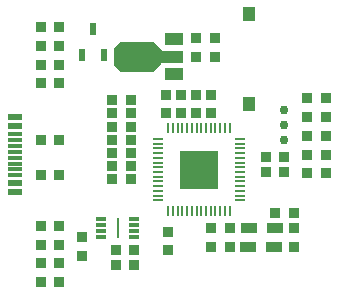
<source format=gtp>
G04*
G04  File:            QL_PICOVGA_V2.GTP, Sun Mar 30 12:24:59 2025*
G04  Format:          Gerber Format (RS-274-D), ASCII*
G04*
G04  Format Options:  Absolute Positioning*
G04                   Leading-Zero Suppression*
G04                   Scale Factor 1:1*
G04                   NO Circular Interpolation*
G04                   Inch Units*
G04                   Numeric Format: 4.4 (XXXX.XXXX)*
G04                   G54 NOT Used for Aperture Change*
G04                   Apertures Embedded*
G04*
G04  File Options:    Offset = (0.0mil,0.0mil)*
G04                   Drill Symbol Size = 80.0mil*
G04                   No Pad/Via Holes*
G04*
G04  File Contents:   Pads*
G04                   Vias*
G04                   No Designators*
G04                   No Types*
G04                   No Values*
G04                   No Drill Symbols*
G04                   Top Paste*
G04*
%INQL_PICOVGA_V2.GTP*%
%ICAS*%
%MOIN*%
G04*
G04  Aperture MACROs for general use --- invoked via D-code assignment *
G04*
G04  General MACRO for flashed round with rotation and/or offset hole *
%AMROTOFFROUND*
1,1,$1,0.0000,0.0000*
1,0,$2,$3,$4*%
G04*
G04  General MACRO for flashed oval (obround) with rotation and/or offset hole *
%AMROTOFFOVAL*
21,1,$1,$2,0.0000,0.0000,$3*
1,1,$4,$5,$6*
1,1,$4,0-$5,0-$6*
1,0,$7,$8,$9*%
G04*
G04  General MACRO for flashed oval (obround) with rotation and no hole *
%AMROTOVALNOHOLE*
21,1,$1,$2,0.0000,0.0000,$3*
1,1,$4,$5,$6*
1,1,$4,0-$5,0-$6*%
G04*
G04  General MACRO for flashed rectangle with rotation and/or offset hole *
%AMROTOFFRECT*
21,1,$1,$2,0.0000,0.0000,$3*
1,0,$4,$5,$6*%
G04*
G04  General MACRO for flashed rectangle with rotation and no hole *
%AMROTRECTNOHOLE*
21,1,$1,$2,0.0000,0.0000,$3*%
G04*
G04  General MACRO for flashed rounded-rectangle *
%AMROUNDRECT*
21,1,$1,$2-$4,0.0000,0.0000,$3*
21,1,$1-$4,$2,0.0000,0.0000,$3*
1,1,$4,$5,$6*
1,1,$4,$7,$8*
1,1,$4,0-$5,0-$6*
1,1,$4,0-$7,0-$8*
1,0,$9,$10,$11*%
G04*
G04  General MACRO for flashed rounded-rectangle with rotation and no hole *
%AMROUNDRECTNOHOLE*
21,1,$1,$2-$4,0.0000,0.0000,$3*
21,1,$1-$4,$2,0.0000,0.0000,$3*
1,1,$4,$5,$6*
1,1,$4,$7,$8*
1,1,$4,0-$5,0-$6*
1,1,$4,0-$7,0-$8*%
G04*
G04  General MACRO for flashed regular polygon *
%AMREGPOLY*
5,1,$1,0.0000,0.0000,$2,$3+$4*
1,0,$5,$6,$7*%
G04*
G04  General MACRO for flashed regular polygon with no hole *
%AMREGPOLYNOHOLE*
5,1,$1,0.0000,0.0000,$2,$3+$4*%
G04*
G04  General MACRO for target *
%AMTARGET*
6,0,0,$1,$2,$3,4,$4,$5,$6*%
G04*
G04  General MACRO for mounting hole *
%AMMTHOLE*
1,1,$1,0,0*
1,0,$2,0,0*
$1=$1-$2*
$1=$1/2*
21,1,$2+$1,$3,0,0,$4*
21,1,$3,$2+$1,0,0,$4*%
G04*
G04*
G04  D10 : "Ellipse X4.0mil Y4.0mil H0.0mil 0.0deg (0.0mil,0.0mil) Draw"*
G04  Disc: OuterDia=0.0040*
%ADD10C, 0.0040*%
G04  D11 : "Ellipse X10.0mil Y10.0mil H0.0mil 0.0deg (0.0mil,0.0mil) Draw"*
G04  Disc: OuterDia=0.0100*
%ADD11C, 0.0100*%
G04  D12 : "Ellipse X11.0mil Y11.0mil H0.0mil 0.0deg (0.0mil,0.0mil) Draw"*
G04  Disc: OuterDia=0.0110*
%ADD12C, 0.0110*%
G04  D13 : "Ellipse X12.0mil Y12.0mil H0.0mil 0.0deg (0.0mil,0.0mil) Draw"*
G04  Disc: OuterDia=0.0120*
%ADD13C, 0.0120*%
G04  D14 : "Ellipse X14.0mil Y14.0mil H0.0mil 0.0deg (0.0mil,0.0mil) Draw"*
G04  Disc: OuterDia=0.0140*
%ADD14C, 0.0140*%
G04  D15 : "Ellipse X15.0mil Y15.0mil H0.0mil 0.0deg (0.0mil,0.0mil) Draw"*
G04  Disc: OuterDia=0.0150*
%ADD15C, 0.0150*%
G04  D16 : "Ellipse X16.0mil Y16.0mil H0.0mil 0.0deg (0.0mil,0.0mil) Draw"*
G04  Disc: OuterDia=0.0160*
%ADD16C, 0.0160*%
G04  D17 : "Ellipse X2.0mil Y2.0mil H0.0mil 0.0deg (0.0mil,0.0mil) Draw"*
G04  Disc: OuterDia=0.0020*
%ADD17C, 0.0020*%
G04  D18 : "Ellipse X2.0mil Y2.0mil H0.0mil 0.0deg (0.0mil,0.0mil) Draw"*
G04  Disc: OuterDia=0.0020*
%ADD18C, 0.0020*%
G04  D19 : "Ellipse X20.0mil Y20.0mil H0.0mil 0.0deg (0.0mil,0.0mil) Draw"*
G04  Disc: OuterDia=0.0200*
%ADD19C, 0.0200*%
G04  D20 : "Ellipse X32.0mil Y32.0mil H0.0mil 0.0deg (0.0mil,0.0mil) Draw"*
G04  Disc: OuterDia=0.0320*
%ADD20C, 0.0320*%
G04  D21 : "Ellipse X6.0mil Y6.0mil H0.0mil 0.0deg (0.0mil,0.0mil) Draw"*
G04  Disc: OuterDia=0.0060*
%ADD21C, 0.0060*%
G04  D22 : "Ellipse X8.0mil Y8.0mil H0.0mil 0.0deg (0.0mil,0.0mil) Draw"*
G04  Disc: OuterDia=0.0080*
%ADD22C, 0.0080*%
G04  D23 : "Ellipse X196.9mil Y196.9mil H0.0mil 0.0deg (0.0mil,0.0mil) Flash"*
G04  Disc: OuterDia=0.1969*
%ADD23C, 0.1969*%
G04  D24 : "Ellipse X25.6mil Y25.6mil H0.0mil 0.0deg (0.0mil,0.0mil) Flash"*
G04  Disc: OuterDia=0.0256*
%ADD24C, 0.0256*%
G04  D25 : "Ellipse X30.0mil Y30.0mil H0.0mil 0.0deg (0.0mil,0.0mil) Flash"*
G04  Disc: OuterDia=0.0300*
%ADD25C, 0.0300*%
G04  D26 : "Mounting Hole X196.9mil Y196.9mil H0.0mil 0.0deg (0.0mil,0.0mil) Flash"*
G04  Mounting Hole: Diameter=0.1969, Rotation=0.0, LineWidth=0.0050 *
%ADD26MTHOLE, 0.1969 X0.1769 X0.0050 X0.0*%
G04  D27 : "Mounting Hole X25.6mil Y25.6mil H0.0mil 0.0deg (0.0mil,0.0mil) Flash"*
G04  Mounting Hole: Diameter=0.0256, Rotation=0.0, LineWidth=0.0050 *
%ADD27MTHOLE, 0.0256 X0.0056 X0.0050 X0.0*%
G04  D28 : "Rounded Rectangle X59.1mil Y35.4mil H0.0mil 0.0deg (0.0mil,0.0mil) Flash"*
G04  RoundRct: DimX=0.0591, DimY=0.0354, CornerRad=0.0089, Rotation=0.0, OffsetX=0.0000, OffsetY=0.0000, HoleDia=0.0000 *
%ADD28ROUNDRECTNOHOLE, 0.0591 X0.0354 X0.0 X0.0177 X-0.0207 X-0.0089 X-0.0207 X0.0089*%
G04  D29 : "Rounded Rectangle X70.9mil Y39.4mil H0.0mil 0.0deg (0.0mil,0.0mil) Flash"*
G04  RoundRct: DimX=0.0709, DimY=0.0394, CornerRad=0.0098, Rotation=0.0, OffsetX=0.0000, OffsetY=0.0000, HoleDia=0.0000 *
%ADD29ROUNDRECTNOHOLE, 0.0709 X0.0394 X0.0 X0.0197 X-0.0256 X-0.0098 X-0.0256 X0.0098*%
G04  D30 : "Rounded Rectangle X82.7mil Y39.4mil H0.0mil 0.0deg (0.0mil,0.0mil) Flash"*
G04  RoundRct: DimX=0.0827, DimY=0.0394, CornerRad=0.0098, Rotation=0.0, OffsetX=0.0000, OffsetY=0.0000, HoleDia=0.0000 *
%ADD30ROUNDRECTNOHOLE, 0.0827 X0.0394 X0.0 X0.0197 X-0.0315 X-0.0098 X-0.0315 X0.0098*%
G04  D31 : "Rectangle X45.3mil Y11.8mil H0.0mil 0.0deg (0.0mil,0.0mil) Flash"*
G04  Rectangular: DimX=0.0453, DimY=0.0118, Rotation=0.0, OffsetX=0.0000, OffsetY=0.0000, HoleDia=0.0000 *
%ADD31R, 0.0453 X0.0118*%
G04  D32 : "Rectangle X120.0mil Y70.0mil H0.0mil 0.0deg (0.0mil,0.0mil) Flash"*
G04  Rectangular: DimX=0.1200, DimY=0.0700, Rotation=0.0, OffsetX=0.0000, OffsetY=0.0000, HoleDia=0.0000 *
%ADD32R, 0.1200 X0.0700*%
G04  D33 : "Rectangle X126.0mil Y126.0mil H0.0mil 0.0deg (0.0mil,0.0mil) Flash"*
G04  Square: Side=0.1260, Rotation=0.0, OffsetX=0.0000, OffsetY=0.0000, HoleDia=0.0000*
%ADD33R, 0.1260 X0.1260*%
G04  D34 : "Rectangle X129.9mil Y129.9mil H0.0mil 0.0deg (0.0mil,0.0mil) Flash"*
G04  Square: Side=0.1299, Rotation=0.0, OffsetX=0.0000, OffsetY=0.0000, HoleDia=0.0000*
%ADD34R, 0.1299 X0.1299*%
G04  D35 : "Rectangle X45.3mil Y23.6mil H0.0mil 0.0deg (0.0mil,0.0mil) Flash"*
G04  Rectangular: DimX=0.0453, DimY=0.0236, Rotation=0.0, OffsetX=0.0000, OffsetY=0.0000, HoleDia=0.0000 *
%ADD35R, 0.0453 X0.0236*%
G04  D36 : "Rectangle X32.0mil Y32.0mil H0.0mil 0.0deg (0.0mil,0.0mil) Flash"*
G04  Square: Side=0.0320, Rotation=0.0, OffsetX=0.0000, OffsetY=0.0000, HoleDia=0.0000*
%ADD36R, 0.0320 X0.0320*%
G04  D37 : "Rectangle X35.4mil Y11.8mil H0.0mil 0.0deg (0.0mil,0.0mil) Flash"*
G04  Rectangular: DimX=0.0354, DimY=0.0118, Rotation=0.0, OffsetX=0.0000, OffsetY=0.0000, HoleDia=0.0000 *
%ADD37R, 0.0354 X0.0118*%
G04  D38 : "Rectangle X35.4mil Y7.9mil H0.0mil 0.0deg (0.0mil,0.0mil) Flash"*
G04  Rectangular: DimX=0.0354, DimY=0.0079, Rotation=0.0, OffsetX=0.0000, OffsetY=0.0000, HoleDia=0.0000 *
%ADD38R, 0.0354 X0.0079*%
G04  D39 : "Rectangle X7.9mil Y35.4mil H0.0mil 0.0deg (0.0mil,0.0mil) Flash"*
G04  Rectangular: DimX=0.0079, DimY=0.0354, Rotation=0.0, OffsetX=0.0000, OffsetY=0.0000, HoleDia=0.0000 *
%ADD39R, 0.0079 X0.0354*%
G04  D40 : "Rectangle X22.0mil Y40.0mil H0.0mil 0.0deg (0.0mil,0.0mil) Flash"*
G04  Rectangular: DimX=0.0220, DimY=0.0400, Rotation=0.0, OffsetX=0.0000, OffsetY=0.0000, HoleDia=0.0000 *
%ADD40R, 0.0220 X0.0400*%
G04  D41 : "Rectangle X60.0mil Y40.0mil H0.0mil 0.0deg (0.0mil,0.0mil) Flash"*
G04  Rectangular: DimX=0.0600, DimY=0.0400, Rotation=0.0, OffsetX=0.0000, OffsetY=0.0000, HoleDia=0.0000 *
%ADD41R, 0.0600 X0.0400*%
G04  D42 : "Rectangle X40.0mil Y50.0mil H0.0mil 0.0deg (0.0mil,0.0mil) Flash"*
G04  Rectangular: DimX=0.0400, DimY=0.0500, Rotation=0.0, OffsetX=0.0000, OffsetY=0.0000, HoleDia=0.0000 *
%ADD42R, 0.0400 X0.0500*%
G04  D43 : "Rectangle X55.1mil Y35.4mil H0.0mil 0.0deg (0.0mil,0.0mil) Flash"*
G04  Rectangular: DimX=0.0551, DimY=0.0354, Rotation=0.0, OffsetX=0.0000, OffsetY=0.0000, HoleDia=0.0000 *
%ADD43R, 0.0551 X0.0354*%
G04  D44 : "Rectangle X9.8mil Y65.0mil H0.0mil 0.0deg (0.0mil,0.0mil) Flash"*
G04  Rectangular: DimX=0.0098, DimY=0.0650, Rotation=0.0, OffsetX=0.0000, OffsetY=0.0000, HoleDia=0.0000 *
%ADD44R, 0.0098 X0.0650*%
G04  D45 : "Ellipse X16.0mil Y16.0mil H0.0mil 0.0deg (0.0mil,0.0mil) Flash"*
G04  Disc: OuterDia=0.0160*
%ADD45C, 0.0160*%
G04*
%FSLAX44Y44*%
%SFA1B1*%
%OFA0.0000B0.0000*%
G04*
G70*
G90*
G01*
D2*
%LNTop Paste*%
D36*
X20375Y13812D3*
X19750D3*
X18625Y14250D3*
Y13625D3*
X20375Y13312D3*
X19750D3*
X20250Y17062D3*
X19625D3*
Y16187D3*
X20250D3*
X19625Y16625D3*
X20250D3*
X19625Y18812D3*
X20250D3*
X21500Y13812D3*
Y14437D3*
X22937Y13937D3*
Y14562D3*
Y19000D3*
Y18375D3*
X23062Y20250D3*
X22437D3*
X25687Y13937D3*
Y14562D3*
X26125Y16375D3*
X26750D3*
X26125Y17000D3*
X26750D3*
X25375Y16937D3*
X24750D3*
X25375Y16437D3*
X24750D3*
D25*
X25375Y18500D3*
D36*
X20250Y17500D3*
X19625D3*
Y17937D3*
X20250D3*
D37*
X20375Y14446D3*
Y14643D3*
Y14840D3*
D44*
X19823Y14545D3*
D37*
X20375Y14250D3*
X19272D3*
Y14446D3*
Y14643D3*
Y14840D3*
D36*
X19625Y18375D3*
X20250D3*
D40*
X19375Y20312D3*
X19000Y21187D3*
X18625Y20312D3*
D36*
X23062Y20875D3*
X22437D3*
Y18375D3*
Y19000D3*
X21937D3*
Y18375D3*
X26125Y17625D3*
X26750D3*
D25*
X25375Y17500D3*
Y18000D3*
D36*
X25687Y15062D3*
X25062D3*
X17875Y14000D3*
X17250D3*
X17875Y12750D3*
X17250D3*
Y13375D3*
X17875D3*
Y16312D3*
X17250D3*
X21437Y19000D3*
Y18375D3*
X17875Y19375D3*
X17250D3*
Y20000D3*
X17875D3*
X26750Y18875D3*
X26125D3*
D10*
X22425Y16011*
X22621D1*
X22425Y16030D2*
X22621D1*
X22425Y16050D2*
X22621D1*
X22425Y16069D2*
X22621D1*
X22425Y16089D2*
X22621D1*
X22425Y16108D2*
X22621D1*
X22425Y16128D2*
X22621D1*
X22425Y16147D2*
X22621D1*
X22425Y16167D2*
X22621D1*
X22425Y16186D2*
X22621D1*
X22425Y16205D2*
X22621D1*
X22641Y16227D2*
X22405D1*
Y15991*
X22641*
Y16227*
X22032Y16011D2*
X22227D1*
X22032Y16030D2*
X22227D1*
X22032Y16050D2*
X22227D1*
X22032Y16069D2*
X22227D1*
X22032Y16089D2*
X22227D1*
X22032Y16108D2*
X22227D1*
X22032Y16128D2*
X22227D1*
X22032Y16147D2*
X22227D1*
X22032Y16167D2*
X22227D1*
X22032Y16186D2*
X22227D1*
X22032Y16205D2*
X22227D1*
X22247Y16227D2*
X22012D1*
Y15991*
X22247*
Y16227*
X22819Y16011D2*
X23015D1*
X22819Y16030D2*
X23015D1*
X22819Y16050D2*
X23015D1*
X22819Y16069D2*
X23015D1*
X22819Y16089D2*
X23015D1*
X22819Y16108D2*
X23015D1*
X22819Y16128D2*
X23015D1*
X22819Y16147D2*
X23015D1*
X22819Y16167D2*
X23015D1*
X22819Y16186D2*
X23015D1*
X22819Y16205D2*
X23015D1*
X23035Y16227D2*
X22799D1*
Y15991*
X23035*
Y16227*
X22425Y16405D2*
X22621D1*
X22425Y16424D2*
X22621D1*
X22425Y16444D2*
X22621D1*
X22425Y16463D2*
X22621D1*
X22425Y16482D2*
X22621D1*
X22425Y16502D2*
X22621D1*
X22425Y16521D2*
X22621D1*
X22425Y16541D2*
X22621D1*
X22425Y16560D2*
X22621D1*
X22425Y16580D2*
X22621D1*
X22425Y16599D2*
X22621D1*
X22641Y16620D2*
X22405D1*
Y16385*
X22641*
Y16620*
X22032Y16405D2*
X22227D1*
X22032Y16424D2*
X22227D1*
X22032Y16444D2*
X22227D1*
X22032Y16463D2*
X22227D1*
X22032Y16482D2*
X22227D1*
X22032Y16502D2*
X22227D1*
X22032Y16521D2*
X22227D1*
X22032Y16541D2*
X22227D1*
X22032Y16560D2*
X22227D1*
X22032Y16580D2*
X22227D1*
X22032Y16599D2*
X22227D1*
X22247Y16620D2*
X22012D1*
Y16385*
X22247*
Y16620*
X22819Y16405D2*
X23015D1*
X22819Y16424D2*
X23015D1*
X22819Y16444D2*
X23015D1*
X22819Y16463D2*
X23015D1*
X22819Y16482D2*
X23015D1*
X22819Y16502D2*
X23015D1*
X22819Y16521D2*
X23015D1*
X22819Y16541D2*
X23015D1*
X22819Y16560D2*
X23015D1*
X22819Y16580D2*
X23015D1*
X22819Y16599D2*
X23015D1*
X23035Y16620D2*
X22799D1*
Y16385*
X23035*
Y16620*
X22425Y16798D2*
X22621D1*
X22425Y16818D2*
X22621D1*
X22425Y16837D2*
X22621D1*
X22425Y16857D2*
X22621D1*
X22425Y16876D2*
X22621D1*
X22425Y16896D2*
X22621D1*
X22425Y16915D2*
X22621D1*
X22425Y16935D2*
X22621D1*
X22425Y16954D2*
X22621D1*
X22425Y16973D2*
X22621D1*
X22425Y16993D2*
X22621D1*
X22641Y17014D2*
X22405D1*
Y16778*
X22641*
Y17014*
X22032Y16798D2*
X22227D1*
X22032Y16818D2*
X22227D1*
X22032Y16837D2*
X22227D1*
X22032Y16857D2*
X22227D1*
X22032Y16876D2*
X22227D1*
X22032Y16896D2*
X22227D1*
X22032Y16915D2*
X22227D1*
X22032Y16935D2*
X22227D1*
X22032Y16954D2*
X22227D1*
X22032Y16973D2*
X22227D1*
X22032Y16993D2*
X22227D1*
X22247Y17014D2*
X22012D1*
Y16778*
X22247*
Y17014*
X22819Y16798D2*
X23015D1*
X22819Y16818D2*
X23015D1*
X22819Y16837D2*
X23015D1*
X22819Y16857D2*
X23015D1*
X22819Y16876D2*
X23015D1*
X22819Y16896D2*
X23015D1*
X22819Y16915D2*
X23015D1*
X22819Y16935D2*
X23015D1*
X22819Y16954D2*
X23015D1*
X22819Y16973D2*
X23015D1*
X22819Y16993D2*
X23015D1*
X23035Y17014D2*
X22799D1*
Y16778*
X23035*
Y17014*
D2*
D39*
X23547Y15125D3*
X23389D3*
X23232D3*
X23074D3*
X22917D3*
X22759D3*
X22602D3*
X22444D3*
X22287D3*
X22129D3*
X21972D3*
X21814D3*
X21657D3*
X21500D3*
D38*
X23901Y16739D3*
Y16581D3*
Y16424D3*
Y16266D3*
Y16109D3*
Y15951D3*
Y15794D3*
Y15636D3*
Y15479D3*
D39*
X23547Y17880D3*
X23389D3*
X23232D3*
X23074D3*
X22917D3*
X22759D3*
X22602D3*
X22444D3*
X22287D3*
X22129D3*
X21972D3*
X21814D3*
X21657D3*
X21500D3*
D38*
X23901Y17526D3*
Y17369D3*
Y17211D3*
Y17054D3*
Y16896D3*
X21145Y16739D3*
Y16581D3*
Y16424D3*
Y16266D3*
Y16109D3*
Y15951D3*
Y15794D3*
Y15636D3*
Y15479D3*
Y17526D3*
Y17369D3*
Y17211D3*
Y17054D3*
Y16896D3*
D33*
X22523Y16502D3*
D36*
X17875Y17500D3*
X17250D3*
D42*
X24187Y21687D3*
Y18687D3*
D41*
X21687Y19687D3*
Y20868D3*
D10*
X19895Y19798*
X20979D1*
X19875Y19818D2*
X20999D1*
X19855Y19838D2*
X21019D1*
X19835Y19858D2*
X21039D1*
X19815Y19878D2*
X21059D1*
X19795Y19898D2*
X21079D1*
X19775Y19918D2*
X21099D1*
X19755Y19938D2*
X21119D1*
X19735Y19958D2*
X21139D1*
X19715Y19978D2*
X21159D1*
X19707Y19998D2*
X21179D1*
X19707Y20018D2*
X21199D1*
X19707Y20038D2*
X21219D1*
X19707Y20058D2*
X21239D1*
X19707Y20078D2*
X21259D1*
X19707Y20098D2*
X21283D1*
X19707Y20118D2*
X21967D1*
X19707Y20138D2*
X21967D1*
X19707Y20158D2*
X21967D1*
X19707Y20178D2*
X21967D1*
X19707Y20198D2*
X21967D1*
X19707Y20218D2*
X21967D1*
X19707Y20238D2*
X21967D1*
X19707Y20258D2*
X21967D1*
X19707Y20278D2*
X21967D1*
X19707Y20298D2*
X21967D1*
X19707Y20318D2*
X21967D1*
X19707Y20338D2*
X21967D1*
X19707Y20358D2*
X21967D1*
X19707Y20378D2*
X21967D1*
X19707Y20398D2*
X21967D1*
X19707Y20418D2*
X21967D1*
X19707Y20438D2*
X21967D1*
X19707Y20458D2*
X21283D1*
X19707Y20478D2*
X21259D1*
X19707Y20498D2*
X21239D1*
X19707Y20518D2*
X21219D1*
X19707Y20538D2*
X21199D1*
X19707Y20558D2*
X21179D1*
X19715Y20578D2*
X21159D1*
X19735Y20598D2*
X21139D1*
X19755Y20618D2*
X21119D1*
X19775Y20638D2*
X21099D1*
X19795Y20658D2*
X21079D1*
X19815Y20678D2*
X21059D1*
X19835Y20698D2*
X21039D1*
X19855Y20718D2*
X21019D1*
X19875Y20738D2*
X20999D1*
X19707Y20569D2*
Y19986D1*
X19895Y19798*
X20979*
X21276Y20095*
X21283Y20098*
X21967Y20098*
Y20458*
X21283Y20458*
X21276Y20461*
X20979Y20758*
X19895*
X19707Y20569*
D2*
D36*
X17875Y20625D3*
X17250D3*
Y14625D3*
X17875D3*
X17250Y21250D3*
X17875D3*
X23562Y14562D3*
Y13937D3*
X26750Y18250D3*
X26125D3*
D43*
X24187Y14562D3*
X25053D3*
X24167Y13932D3*
X25033D3*
D35*
X16389Y18259D3*
Y15740D3*
Y16055D3*
D31*
Y17688D3*
Y17492D3*
Y17295D3*
Y17098D3*
Y16901D3*
Y16704D3*
Y16507D3*
D35*
Y17944D3*
D31*
Y16311D3*
D02M02*

</source>
